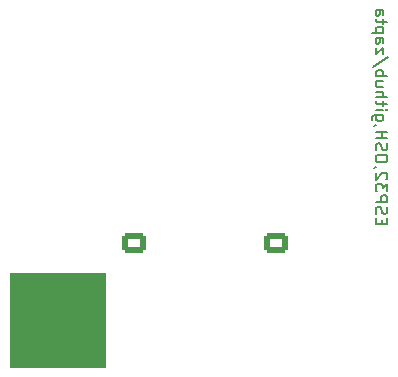
<source format=gbr>
%TF.GenerationSoftware,KiCad,Pcbnew,8.0.6*%
%TF.CreationDate,2025-01-02T16:39:55+00:00*%
%TF.ProjectId,stepper_monitor,73746570-7065-4725-9f6d-6f6e69746f72,rev?*%
%TF.SameCoordinates,Original*%
%TF.FileFunction,Legend,Bot*%
%TF.FilePolarity,Positive*%
%FSLAX46Y46*%
G04 Gerber Fmt 4.6, Leading zero omitted, Abs format (unit mm)*
G04 Created by KiCad (PCBNEW 8.0.6) date 2025-01-02 16:39:55*
%MOMM*%
%LPD*%
G01*
G04 APERTURE LIST*
G04 Aperture macros list*
%AMRoundRect*
0 Rectangle with rounded corners*
0 $1 Rounding radius*
0 $2 $3 $4 $5 $6 $7 $8 $9 X,Y pos of 4 corners*
0 Add a 4 corners polygon primitive as box body*
4,1,4,$2,$3,$4,$5,$6,$7,$8,$9,$2,$3,0*
0 Add four circle primitives for the rounded corners*
1,1,$1+$1,$2,$3*
1,1,$1+$1,$4,$5*
1,1,$1+$1,$6,$7*
1,1,$1+$1,$8,$9*
0 Add four rect primitives between the rounded corners*
20,1,$1+$1,$2,$3,$4,$5,0*
20,1,$1+$1,$4,$5,$6,$7,0*
20,1,$1+$1,$6,$7,$8,$9,0*
20,1,$1+$1,$8,$9,$2,$3,0*%
G04 Aperture macros list end*
%ADD10C,0.120000*%
%ADD11C,0.155000*%
%ADD12C,0.650000*%
%ADD13O,2.100000X1.000000*%
%ADD14O,1.800000X1.000000*%
%ADD15O,1.950000X1.700000*%
%ADD16RoundRect,0.250000X-0.725000X0.600000X-0.725000X-0.600000X0.725000X-0.600000X0.725000X0.600000X0*%
%ADD17C,0.800000*%
%ADD18C,6.400000*%
%ADD19RoundRect,0.250000X-0.750000X0.600000X-0.750000X-0.600000X0.750000X-0.600000X0.750000X0.600000X0*%
%ADD20O,2.000000X1.700000*%
G04 APERTURE END LIST*
D10*
X16000000Y7000000D02*
X24000000Y7000000D01*
X24000000Y-1000000D01*
X16000000Y-1000000D01*
X16000000Y7000000D01*
G36*
X16000000Y7000000D02*
G01*
X24000000Y7000000D01*
X24000000Y-1000000D01*
X16000000Y-1000000D01*
X16000000Y7000000D01*
G37*
D11*
X47454250Y11152381D02*
X47454250Y11485714D01*
X46930440Y11628571D02*
X46930440Y11152381D01*
X46930440Y11152381D02*
X47930440Y11152381D01*
X47930440Y11152381D02*
X47930440Y11628571D01*
X46978060Y12009524D02*
X46930440Y12152381D01*
X46930440Y12152381D02*
X46930440Y12390476D01*
X46930440Y12390476D02*
X46978060Y12485714D01*
X46978060Y12485714D02*
X47025679Y12533333D01*
X47025679Y12533333D02*
X47120917Y12580952D01*
X47120917Y12580952D02*
X47216155Y12580952D01*
X47216155Y12580952D02*
X47311393Y12533333D01*
X47311393Y12533333D02*
X47359012Y12485714D01*
X47359012Y12485714D02*
X47406631Y12390476D01*
X47406631Y12390476D02*
X47454250Y12200000D01*
X47454250Y12200000D02*
X47501869Y12104762D01*
X47501869Y12104762D02*
X47549488Y12057143D01*
X47549488Y12057143D02*
X47644726Y12009524D01*
X47644726Y12009524D02*
X47739964Y12009524D01*
X47739964Y12009524D02*
X47835202Y12057143D01*
X47835202Y12057143D02*
X47882821Y12104762D01*
X47882821Y12104762D02*
X47930440Y12200000D01*
X47930440Y12200000D02*
X47930440Y12438095D01*
X47930440Y12438095D02*
X47882821Y12580952D01*
X46930440Y13009524D02*
X47930440Y13009524D01*
X47930440Y13009524D02*
X47930440Y13390476D01*
X47930440Y13390476D02*
X47882821Y13485714D01*
X47882821Y13485714D02*
X47835202Y13533333D01*
X47835202Y13533333D02*
X47739964Y13580952D01*
X47739964Y13580952D02*
X47597107Y13580952D01*
X47597107Y13580952D02*
X47501869Y13533333D01*
X47501869Y13533333D02*
X47454250Y13485714D01*
X47454250Y13485714D02*
X47406631Y13390476D01*
X47406631Y13390476D02*
X47406631Y13009524D01*
X47930440Y13914286D02*
X47930440Y14533333D01*
X47930440Y14533333D02*
X47549488Y14200000D01*
X47549488Y14200000D02*
X47549488Y14342857D01*
X47549488Y14342857D02*
X47501869Y14438095D01*
X47501869Y14438095D02*
X47454250Y14485714D01*
X47454250Y14485714D02*
X47359012Y14533333D01*
X47359012Y14533333D02*
X47120917Y14533333D01*
X47120917Y14533333D02*
X47025679Y14485714D01*
X47025679Y14485714D02*
X46978060Y14438095D01*
X46978060Y14438095D02*
X46930440Y14342857D01*
X46930440Y14342857D02*
X46930440Y14057143D01*
X46930440Y14057143D02*
X46978060Y13961905D01*
X46978060Y13961905D02*
X47025679Y13914286D01*
X47835202Y14914286D02*
X47882821Y14961905D01*
X47882821Y14961905D02*
X47930440Y15057143D01*
X47930440Y15057143D02*
X47930440Y15295238D01*
X47930440Y15295238D02*
X47882821Y15390476D01*
X47882821Y15390476D02*
X47835202Y15438095D01*
X47835202Y15438095D02*
X47739964Y15485714D01*
X47739964Y15485714D02*
X47644726Y15485714D01*
X47644726Y15485714D02*
X47501869Y15438095D01*
X47501869Y15438095D02*
X46930440Y14866667D01*
X46930440Y14866667D02*
X46930440Y15485714D01*
X46978060Y15961905D02*
X46930440Y15961905D01*
X46930440Y15961905D02*
X46835202Y15914286D01*
X46835202Y15914286D02*
X46787583Y15866667D01*
X47930440Y16580952D02*
X47930440Y16771428D01*
X47930440Y16771428D02*
X47882821Y16866666D01*
X47882821Y16866666D02*
X47787583Y16961904D01*
X47787583Y16961904D02*
X47597107Y17009523D01*
X47597107Y17009523D02*
X47263774Y17009523D01*
X47263774Y17009523D02*
X47073298Y16961904D01*
X47073298Y16961904D02*
X46978060Y16866666D01*
X46978060Y16866666D02*
X46930440Y16771428D01*
X46930440Y16771428D02*
X46930440Y16580952D01*
X46930440Y16580952D02*
X46978060Y16485714D01*
X46978060Y16485714D02*
X47073298Y16390476D01*
X47073298Y16390476D02*
X47263774Y16342857D01*
X47263774Y16342857D02*
X47597107Y16342857D01*
X47597107Y16342857D02*
X47787583Y16390476D01*
X47787583Y16390476D02*
X47882821Y16485714D01*
X47882821Y16485714D02*
X47930440Y16580952D01*
X46978060Y17390476D02*
X46930440Y17533333D01*
X46930440Y17533333D02*
X46930440Y17771428D01*
X46930440Y17771428D02*
X46978060Y17866666D01*
X46978060Y17866666D02*
X47025679Y17914285D01*
X47025679Y17914285D02*
X47120917Y17961904D01*
X47120917Y17961904D02*
X47216155Y17961904D01*
X47216155Y17961904D02*
X47311393Y17914285D01*
X47311393Y17914285D02*
X47359012Y17866666D01*
X47359012Y17866666D02*
X47406631Y17771428D01*
X47406631Y17771428D02*
X47454250Y17580952D01*
X47454250Y17580952D02*
X47501869Y17485714D01*
X47501869Y17485714D02*
X47549488Y17438095D01*
X47549488Y17438095D02*
X47644726Y17390476D01*
X47644726Y17390476D02*
X47739964Y17390476D01*
X47739964Y17390476D02*
X47835202Y17438095D01*
X47835202Y17438095D02*
X47882821Y17485714D01*
X47882821Y17485714D02*
X47930440Y17580952D01*
X47930440Y17580952D02*
X47930440Y17819047D01*
X47930440Y17819047D02*
X47882821Y17961904D01*
X46930440Y18390476D02*
X47930440Y18390476D01*
X47454250Y18390476D02*
X47454250Y18961904D01*
X46930440Y18961904D02*
X47930440Y18961904D01*
X46978060Y19485714D02*
X46930440Y19485714D01*
X46930440Y19485714D02*
X46835202Y19438095D01*
X46835202Y19438095D02*
X46787583Y19390476D01*
X47597107Y20342856D02*
X46787583Y20342856D01*
X46787583Y20342856D02*
X46692345Y20295237D01*
X46692345Y20295237D02*
X46644726Y20247618D01*
X46644726Y20247618D02*
X46597107Y20152380D01*
X46597107Y20152380D02*
X46597107Y20009523D01*
X46597107Y20009523D02*
X46644726Y19914285D01*
X46978060Y20342856D02*
X46930440Y20247618D01*
X46930440Y20247618D02*
X46930440Y20057142D01*
X46930440Y20057142D02*
X46978060Y19961904D01*
X46978060Y19961904D02*
X47025679Y19914285D01*
X47025679Y19914285D02*
X47120917Y19866666D01*
X47120917Y19866666D02*
X47406631Y19866666D01*
X47406631Y19866666D02*
X47501869Y19914285D01*
X47501869Y19914285D02*
X47549488Y19961904D01*
X47549488Y19961904D02*
X47597107Y20057142D01*
X47597107Y20057142D02*
X47597107Y20247618D01*
X47597107Y20247618D02*
X47549488Y20342856D01*
X46930440Y20819047D02*
X47597107Y20819047D01*
X47930440Y20819047D02*
X47882821Y20771428D01*
X47882821Y20771428D02*
X47835202Y20819047D01*
X47835202Y20819047D02*
X47882821Y20866666D01*
X47882821Y20866666D02*
X47930440Y20819047D01*
X47930440Y20819047D02*
X47835202Y20819047D01*
X47597107Y21152380D02*
X47597107Y21533332D01*
X47930440Y21295237D02*
X47073298Y21295237D01*
X47073298Y21295237D02*
X46978060Y21342856D01*
X46978060Y21342856D02*
X46930440Y21438094D01*
X46930440Y21438094D02*
X46930440Y21533332D01*
X46930440Y21866666D02*
X47930440Y21866666D01*
X46930440Y22295237D02*
X47454250Y22295237D01*
X47454250Y22295237D02*
X47549488Y22247618D01*
X47549488Y22247618D02*
X47597107Y22152380D01*
X47597107Y22152380D02*
X47597107Y22009523D01*
X47597107Y22009523D02*
X47549488Y21914285D01*
X47549488Y21914285D02*
X47501869Y21866666D01*
X47597107Y23199999D02*
X46930440Y23199999D01*
X47597107Y22771428D02*
X47073298Y22771428D01*
X47073298Y22771428D02*
X46978060Y22819047D01*
X46978060Y22819047D02*
X46930440Y22914285D01*
X46930440Y22914285D02*
X46930440Y23057142D01*
X46930440Y23057142D02*
X46978060Y23152380D01*
X46978060Y23152380D02*
X47025679Y23199999D01*
X46930440Y23676190D02*
X47930440Y23676190D01*
X47549488Y23676190D02*
X47597107Y23771428D01*
X47597107Y23771428D02*
X47597107Y23961904D01*
X47597107Y23961904D02*
X47549488Y24057142D01*
X47549488Y24057142D02*
X47501869Y24104761D01*
X47501869Y24104761D02*
X47406631Y24152380D01*
X47406631Y24152380D02*
X47120917Y24152380D01*
X47120917Y24152380D02*
X47025679Y24104761D01*
X47025679Y24104761D02*
X46978060Y24057142D01*
X46978060Y24057142D02*
X46930440Y23961904D01*
X46930440Y23961904D02*
X46930440Y23771428D01*
X46930440Y23771428D02*
X46978060Y23676190D01*
X47978060Y25295237D02*
X46692345Y24438095D01*
X47597107Y25533333D02*
X47597107Y26057142D01*
X47597107Y26057142D02*
X46930440Y25533333D01*
X46930440Y25533333D02*
X46930440Y26057142D01*
X46930440Y26866666D02*
X47454250Y26866666D01*
X47454250Y26866666D02*
X47549488Y26819047D01*
X47549488Y26819047D02*
X47597107Y26723809D01*
X47597107Y26723809D02*
X47597107Y26533333D01*
X47597107Y26533333D02*
X47549488Y26438095D01*
X46978060Y26866666D02*
X46930440Y26771428D01*
X46930440Y26771428D02*
X46930440Y26533333D01*
X46930440Y26533333D02*
X46978060Y26438095D01*
X46978060Y26438095D02*
X47073298Y26390476D01*
X47073298Y26390476D02*
X47168536Y26390476D01*
X47168536Y26390476D02*
X47263774Y26438095D01*
X47263774Y26438095D02*
X47311393Y26533333D01*
X47311393Y26533333D02*
X47311393Y26771428D01*
X47311393Y26771428D02*
X47359012Y26866666D01*
X47597107Y27342857D02*
X46597107Y27342857D01*
X47549488Y27342857D02*
X47597107Y27438095D01*
X47597107Y27438095D02*
X47597107Y27628571D01*
X47597107Y27628571D02*
X47549488Y27723809D01*
X47549488Y27723809D02*
X47501869Y27771428D01*
X47501869Y27771428D02*
X47406631Y27819047D01*
X47406631Y27819047D02*
X47120917Y27819047D01*
X47120917Y27819047D02*
X47025679Y27771428D01*
X47025679Y27771428D02*
X46978060Y27723809D01*
X46978060Y27723809D02*
X46930440Y27628571D01*
X46930440Y27628571D02*
X46930440Y27438095D01*
X46930440Y27438095D02*
X46978060Y27342857D01*
X47597107Y28104762D02*
X47597107Y28485714D01*
X47930440Y28247619D02*
X47073298Y28247619D01*
X47073298Y28247619D02*
X46978060Y28295238D01*
X46978060Y28295238D02*
X46930440Y28390476D01*
X46930440Y28390476D02*
X46930440Y28485714D01*
X46930440Y29247619D02*
X47454250Y29247619D01*
X47454250Y29247619D02*
X47549488Y29200000D01*
X47549488Y29200000D02*
X47597107Y29104762D01*
X47597107Y29104762D02*
X47597107Y28914286D01*
X47597107Y28914286D02*
X47549488Y28819048D01*
X46978060Y29247619D02*
X46930440Y29152381D01*
X46930440Y29152381D02*
X46930440Y28914286D01*
X46930440Y28914286D02*
X46978060Y28819048D01*
X46978060Y28819048D02*
X47073298Y28771429D01*
X47073298Y28771429D02*
X47168536Y28771429D01*
X47168536Y28771429D02*
X47263774Y28819048D01*
X47263774Y28819048D02*
X47311393Y28914286D01*
X47311393Y28914286D02*
X47311393Y29152381D01*
X47311393Y29152381D02*
X47359012Y29247619D01*
%LPC*%
D12*
%TO.C,J4*%
X6389600Y31947400D03*
X6389600Y26167400D03*
D13*
X6889600Y33377400D03*
D14*
X2709600Y33377400D03*
D13*
X6889600Y24737400D03*
D14*
X2709600Y24737400D03*
%TD*%
D15*
%TO.C,J1*%
X26500000Y2000000D03*
X26500000Y4500000D03*
X26500000Y7000000D03*
D16*
X26500000Y9500000D03*
%TD*%
D17*
%TO.C,H3*%
X43600000Y40000000D03*
X44302944Y41697056D03*
X44302944Y38302944D03*
X46000000Y42400000D03*
D18*
X46000000Y40000000D03*
D17*
X46000000Y37600000D03*
X47697056Y41697056D03*
X47697056Y38302944D03*
X48400000Y40000000D03*
%TD*%
D19*
%TO.C,J3*%
X4000000Y10000000D03*
D20*
X4000000Y7500000D03*
%TD*%
D17*
%TO.C,H4*%
X43600000Y1000000D03*
X44302944Y2697056D03*
X44302944Y-697056D03*
X46000000Y3400000D03*
D18*
X46000000Y1000000D03*
D17*
X46000000Y-1400000D03*
X47697056Y2697056D03*
X47697056Y-697056D03*
X48400000Y1000000D03*
%TD*%
%TO.C,H2*%
X1600000Y1000000D03*
X2302944Y2697056D03*
X2302944Y-697056D03*
X4000000Y3400000D03*
D18*
X4000000Y1000000D03*
D17*
X4000000Y-1400000D03*
X5697056Y2697056D03*
X5697056Y-697056D03*
X6400000Y1000000D03*
%TD*%
D15*
%TO.C,J2*%
X38500000Y2000000D03*
X38500000Y4500000D03*
X38500000Y7000000D03*
D16*
X38500000Y9500000D03*
%TD*%
%LPD*%
M02*

</source>
